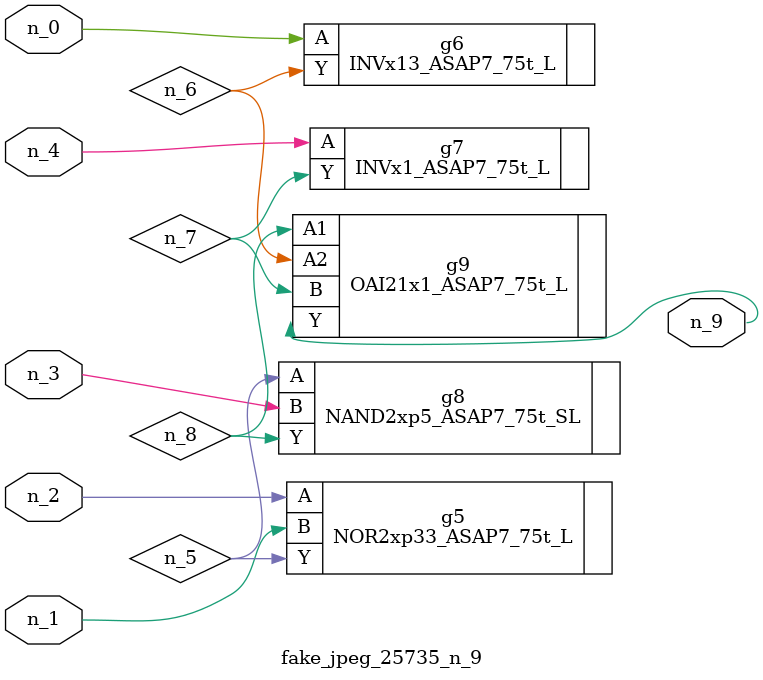
<source format=v>
module fake_jpeg_25735_n_9 (n_3, n_2, n_1, n_0, n_4, n_9);

input n_3;
input n_2;
input n_1;
input n_0;
input n_4;

output n_9;

wire n_8;
wire n_6;
wire n_5;
wire n_7;

NOR2xp33_ASAP7_75t_L g5 ( 
.A(n_2),
.B(n_1),
.Y(n_5)
);

INVx13_ASAP7_75t_L g6 ( 
.A(n_0),
.Y(n_6)
);

INVx1_ASAP7_75t_L g7 ( 
.A(n_4),
.Y(n_7)
);

NAND2xp5_ASAP7_75t_SL g8 ( 
.A(n_5),
.B(n_3),
.Y(n_8)
);

OAI21x1_ASAP7_75t_L g9 ( 
.A1(n_8),
.A2(n_6),
.B(n_7),
.Y(n_9)
);


endmodule
</source>
